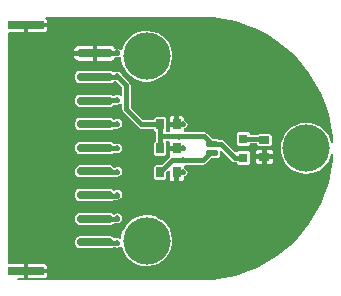
<source format=gbl>
G04 Layer_Physical_Order=2*
G04 Layer_Color=16711680*
%FSLAX25Y25*%
%MOIN*%
G70*
G01*
G75*
%ADD11C,0.01500*%
%ADD12C,0.15748*%
%ADD13C,0.02000*%
G04:AMPARAMS|DCode=14|XSize=27.56mil|YSize=118.11mil|CornerRadius=1.38mil|HoleSize=0mil|Usage=FLASHONLY|Rotation=270.000|XOffset=0mil|YOffset=0mil|HoleType=Round|Shape=RoundedRectangle|*
%AMROUNDEDRECTD14*
21,1,0.02756,0.11535,0,0,270.0*
21,1,0.02480,0.11811,0,0,270.0*
1,1,0.00276,-0.05768,-0.01240*
1,1,0.00276,-0.05768,0.01240*
1,1,0.00276,0.05768,0.01240*
1,1,0.00276,0.05768,-0.01240*
%
%ADD14ROUNDEDRECTD14*%
G04:AMPARAMS|DCode=15|XSize=27.56mil|YSize=118.11mil|CornerRadius=6.89mil|HoleSize=0mil|Usage=FLASHONLY|Rotation=90.000|XOffset=0mil|YOffset=0mil|HoleType=Round|Shape=RoundedRectangle|*
%AMROUNDEDRECTD15*
21,1,0.02756,0.10433,0,0,90.0*
21,1,0.01378,0.11811,0,0,90.0*
1,1,0.01378,0.05216,0.00689*
1,1,0.01378,0.05216,-0.00689*
1,1,0.01378,-0.05216,-0.00689*
1,1,0.01378,-0.05216,0.00689*
%
%ADD15ROUNDEDRECTD15*%
G04:AMPARAMS|DCode=16|XSize=20mil|YSize=40mil|CornerRadius=2mil|HoleSize=0mil|Usage=FLASHONLY|Rotation=270.000|XOffset=0mil|YOffset=0mil|HoleType=Round|Shape=RoundedRectangle|*
%AMROUNDEDRECTD16*
21,1,0.02000,0.03600,0,0,270.0*
21,1,0.01600,0.04000,0,0,270.0*
1,1,0.00400,-0.01800,-0.00800*
1,1,0.00400,-0.01800,0.00800*
1,1,0.00400,0.01800,0.00800*
1,1,0.00400,0.01800,-0.00800*
%
%ADD16ROUNDEDRECTD16*%
%ADD17R,0.03543X0.02756*%
%ADD18R,0.02756X0.03543*%
%ADD19R,0.03150X0.03150*%
G36*
X376825Y298725D02*
X380622Y298225D01*
X384360Y297396D01*
X388012Y296245D01*
X391549Y294779D01*
X394946Y293011D01*
X398175Y290954D01*
X401213Y288623D01*
X404036Y286036D01*
X406623Y283213D01*
X408954Y280175D01*
X411011Y276946D01*
X412780Y273550D01*
X414245Y270012D01*
X415396Y266360D01*
X416225Y262622D01*
X416725Y258825D01*
X416810Y256872D01*
X416313Y256787D01*
X415867Y258259D01*
X415080Y259731D01*
X414021Y261021D01*
X412731Y262080D01*
X411259Y262867D01*
X409661Y263351D01*
X408000Y263515D01*
X406339Y263351D01*
X404741Y262867D01*
X403269Y262080D01*
X401979Y261021D01*
X400920Y259731D01*
X400133Y258259D01*
X399649Y256661D01*
X399485Y255000D01*
X399649Y253339D01*
X400133Y251741D01*
X400920Y250269D01*
X401979Y248979D01*
X403269Y247920D01*
X404741Y247133D01*
X406339Y246649D01*
X408000Y246485D01*
X409661Y246649D01*
X411259Y247133D01*
X412731Y247920D01*
X414021Y248979D01*
X415080Y250269D01*
X415867Y251741D01*
X416313Y253213D01*
X416810Y253128D01*
X416725Y251175D01*
X416225Y247378D01*
X415396Y243640D01*
X414245Y239988D01*
X412780Y236451D01*
X411011Y233054D01*
X408954Y229825D01*
X406623Y226787D01*
X404036Y223964D01*
X401213Y221377D01*
X398175Y219046D01*
X394946Y216989D01*
X391549Y215220D01*
X388012Y213755D01*
X384360Y212604D01*
X380622Y211775D01*
X376825Y211275D01*
X373055Y211111D01*
X373000Y211122D01*
X311599D01*
X311465Y211300D01*
X311714Y211800D01*
X313850D01*
Y214200D01*
Y216600D01*
X308832D01*
X308622Y216773D01*
Y293627D01*
X308832Y293800D01*
X313850D01*
Y296200D01*
X314600D01*
Y296950D01*
X321528D01*
Y297440D01*
X321440Y297884D01*
X321188Y298260D01*
X321016Y298376D01*
X321167Y298876D01*
X372020D01*
X372516Y298871D01*
Y298871D01*
X373000Y298892D01*
X376825Y298725D01*
D02*
G37*
%LPC*%
G36*
X393250Y251494D02*
X391209D01*
Y250866D01*
X391286Y250476D01*
X391507Y250145D01*
X391838Y249924D01*
X392228Y249847D01*
X393250D01*
Y251494D01*
D02*
G37*
G36*
X342733Y249333D02*
X332300D01*
X331797Y249233D01*
X331371Y248948D01*
X331086Y248522D01*
X330986Y248019D01*
Y246641D01*
X331086Y246138D01*
X331371Y245712D01*
X331797Y245427D01*
X332300Y245327D01*
X342733D01*
X343236Y245427D01*
X343531Y245623D01*
X344724D01*
X345000Y245569D01*
X345624Y245693D01*
X346153Y246046D01*
X346507Y246576D01*
X346631Y247200D01*
X346507Y247824D01*
X346153Y248354D01*
X345624Y248707D01*
X345000Y248831D01*
X344376Y248707D01*
X344040Y248483D01*
X343947Y248522D01*
X343662Y248948D01*
X343236Y249233D01*
X342733Y249333D01*
D02*
G37*
G36*
X393250Y254642D02*
X392228D01*
X391838Y254564D01*
X391507Y254343D01*
X391286Y254012D01*
X391209Y253622D01*
Y252994D01*
X393250D01*
Y254642D01*
D02*
G37*
G36*
X396791Y251494D02*
X394750D01*
Y249847D01*
X395772D01*
X396162Y249924D01*
X396493Y250145D01*
X396714Y250476D01*
X396791Y250866D01*
Y251494D01*
D02*
G37*
G36*
X342717Y241503D02*
X332283D01*
X331781Y241403D01*
X331354Y241118D01*
X331069Y240692D01*
X330969Y240189D01*
Y238811D01*
X331069Y238308D01*
X331354Y237882D01*
X331781Y237597D01*
X332283Y237497D01*
X342717D01*
X343219Y237597D01*
X343646Y237882D01*
X343674Y237924D01*
X344724D01*
X345000Y237869D01*
X345624Y237993D01*
X346153Y238347D01*
X346507Y238876D01*
X346631Y239500D01*
X346507Y240124D01*
X346153Y240653D01*
X345624Y241007D01*
X345000Y241131D01*
X344376Y241007D01*
X343922Y240704D01*
X343646Y241118D01*
X343219Y241403D01*
X342717Y241503D01*
D02*
G37*
G36*
X320368Y216600D02*
X315350D01*
Y214950D01*
X321528D01*
Y215440D01*
X321440Y215884D01*
X321188Y216261D01*
X320812Y216512D01*
X320368Y216600D01*
D02*
G37*
G36*
X321528Y213450D02*
X315350D01*
Y211800D01*
X320368D01*
X320812Y211888D01*
X321188Y212140D01*
X321440Y212516D01*
X321528Y212960D01*
Y213450D01*
D02*
G37*
G36*
X342733Y233585D02*
X332300D01*
X331797Y233485D01*
X331371Y233200D01*
X331086Y232774D01*
X330986Y232271D01*
Y230893D01*
X331086Y230390D01*
X331371Y229964D01*
X331797Y229679D01*
X332300Y229579D01*
X342733D01*
X343236Y229679D01*
X343662Y229964D01*
X343769Y230123D01*
X344724D01*
X345000Y230069D01*
X345624Y230193D01*
X346153Y230546D01*
X346507Y231076D01*
X346631Y231700D01*
X346507Y232324D01*
X346153Y232854D01*
X345624Y233207D01*
X345000Y233331D01*
X344376Y233207D01*
X343881Y232876D01*
X343879D01*
X343662Y233200D01*
X343236Y233485D01*
X342733Y233585D01*
D02*
G37*
G36*
X354193Y232753D02*
X352546Y232481D01*
X350984Y231893D01*
X349566Y231012D01*
X348348Y229870D01*
X347376Y228514D01*
X346687Y226993D01*
X346308Y225367D01*
X346301Y225156D01*
X345792Y224895D01*
X345624Y225007D01*
X345000Y225131D01*
X344376Y225007D01*
X343947Y224900D01*
X343662Y225326D01*
X343236Y225611D01*
X342733Y225711D01*
X332300D01*
X331797Y225611D01*
X331371Y225326D01*
X331086Y224900D01*
X330986Y224397D01*
Y223019D01*
X331086Y222516D01*
X331371Y222090D01*
X331797Y221805D01*
X332300Y221705D01*
X342733D01*
X343236Y221805D01*
X343662Y222090D01*
X343685Y222124D01*
X344180D01*
X344376Y221993D01*
X345000Y221869D01*
X345624Y221993D01*
X345988Y222236D01*
X346523Y222067D01*
X346525Y222052D01*
X347113Y220490D01*
X347995Y219073D01*
X349136Y217854D01*
X350493Y216882D01*
X352013Y216193D01*
X353639Y215814D01*
X355307Y215759D01*
X356954Y216031D01*
X358516Y216619D01*
X359934Y217501D01*
X361152Y218642D01*
X362124Y219999D01*
X362813Y221519D01*
X363192Y223145D01*
X363247Y224813D01*
X362975Y226460D01*
X362387Y228022D01*
X361505Y229440D01*
X360364Y230658D01*
X359008Y231630D01*
X357487Y232319D01*
X355861Y232698D01*
X354193Y232753D01*
D02*
G37*
G36*
X395772Y254642D02*
X394750D01*
Y252994D01*
X396791D01*
Y253622D01*
X396714Y254012D01*
X396493Y254343D01*
X396162Y254564D01*
X395772Y254642D01*
D02*
G37*
G36*
X336735Y289111D02*
X332269D01*
X331610Y288980D01*
X331051Y288607D01*
X330678Y288048D01*
X330559Y287450D01*
X336735D01*
Y289111D01*
D02*
G37*
G36*
Y285950D02*
X330559D01*
X330678Y285352D01*
X331051Y284793D01*
X331610Y284420D01*
X332269Y284289D01*
X336735D01*
Y285950D01*
D02*
G37*
G36*
X321528Y295450D02*
X315350D01*
Y293800D01*
X320368D01*
X320812Y293888D01*
X321188Y294140D01*
X321440Y294516D01*
X321528Y294960D01*
Y295450D01*
D02*
G37*
G36*
X355307Y294241D02*
X353639Y294186D01*
X352013Y293807D01*
X350493Y293118D01*
X349136Y292146D01*
X347995Y290928D01*
X347113Y289510D01*
X346525Y287948D01*
X346512Y287867D01*
X345986Y287754D01*
X345973Y287773D01*
X345527Y288072D01*
X345000Y288176D01*
X344207D01*
X343919Y288607D01*
X343361Y288980D01*
X342702Y289111D01*
X338235D01*
Y286700D01*
Y284289D01*
X342702D01*
X343361Y284420D01*
X343919Y284793D01*
X344293Y285352D01*
X344307Y285423D01*
X345000D01*
X345527Y285528D01*
X345773Y285693D01*
X346281Y285456D01*
X346308Y284632D01*
X346687Y283007D01*
X347376Y281486D01*
X348348Y280130D01*
X349566Y278989D01*
X350984Y278107D01*
X352546Y277519D01*
X354193Y277247D01*
X355861Y277302D01*
X357487Y277681D01*
X359008Y278370D01*
X360364Y279342D01*
X361505Y280560D01*
X362387Y281978D01*
X362975Y283540D01*
X363247Y285187D01*
X363192Y286855D01*
X362813Y288481D01*
X362124Y290001D01*
X361152Y291358D01*
X359934Y292499D01*
X358516Y293381D01*
X356954Y293969D01*
X355307Y294241D01*
D02*
G37*
G36*
X342702Y280829D02*
X332269D01*
X331766Y280729D01*
X331339Y280444D01*
X331054Y280018D01*
X330954Y279515D01*
Y278137D01*
X331054Y277634D01*
X331339Y277208D01*
X331766Y276923D01*
X332269Y276823D01*
X342702D01*
X343204Y276923D01*
X343631Y277208D01*
X343740Y277372D01*
X344682D01*
X346623Y275430D01*
Y272550D01*
X346285Y272408D01*
X346124Y272374D01*
X345624Y272707D01*
X345000Y272831D01*
X344376Y272707D01*
X343881Y272376D01*
X343760D01*
X343631Y272570D01*
X343204Y272855D01*
X342702Y272955D01*
X332269D01*
X331766Y272855D01*
X331339Y272570D01*
X331054Y272144D01*
X330954Y271641D01*
Y270263D01*
X331054Y269760D01*
X331339Y269334D01*
X331766Y269049D01*
X332269Y268949D01*
X342702D01*
X343204Y269049D01*
X343631Y269334D01*
X343825Y269623D01*
X344724D01*
X345000Y269569D01*
X345624Y269693D01*
X346124Y270026D01*
X346285Y269992D01*
X346623Y269850D01*
Y268000D01*
X346728Y267473D01*
X347027Y267027D01*
X352027Y262027D01*
X352027Y262027D01*
X352473Y261728D01*
X353000Y261624D01*
X357217D01*
Y261228D01*
X357407Y260769D01*
X357866Y260579D01*
X357868D01*
Y257421D01*
X357866D01*
X357407Y257231D01*
X357217Y256772D01*
Y253228D01*
X357407Y252769D01*
X357866Y252579D01*
X360622D01*
X361081Y252769D01*
X361272Y253228D01*
Y256772D01*
X361126Y257124D01*
X361342Y257624D01*
X362143D01*
X362424Y257181D01*
X362428Y257124D01*
X362358Y256772D01*
Y255750D01*
X364756D01*
Y254250D01*
X362358D01*
Y253228D01*
X362436Y252838D01*
X362491Y252755D01*
X362427Y252145D01*
X362389Y252085D01*
X362371Y252073D01*
X359719Y249421D01*
X357866D01*
X357407Y249231D01*
X357217Y248772D01*
Y245228D01*
X357407Y244769D01*
X357866Y244579D01*
X360622D01*
X361081Y244769D01*
X361272Y245228D01*
Y247081D01*
X361896Y247706D01*
X362358Y247514D01*
Y245228D01*
X362436Y244838D01*
X362657Y244507D01*
X362988Y244286D01*
X363378Y244209D01*
X364006D01*
Y247000D01*
X365506D01*
Y244209D01*
X366134D01*
X366524Y244286D01*
X366855Y244507D01*
X367076Y244838D01*
X367154Y245228D01*
Y245654D01*
X367527Y245728D01*
X367973Y246027D01*
X368272Y246473D01*
X368376Y247000D01*
X368272Y247527D01*
X367973Y247973D01*
X367527Y248272D01*
X367154Y248346D01*
Y248772D01*
X367076Y249162D01*
X367476Y249463D01*
X367624Y249493D01*
X367820Y249623D01*
X373500D01*
X374027Y249728D01*
X374473Y250027D01*
X376331Y251884D01*
X378300D01*
X378612Y251946D01*
X378877Y252123D01*
X379054Y252388D01*
X379116Y252700D01*
Y254231D01*
X379280Y254355D01*
X379594Y254460D01*
X383176Y250877D01*
X383623Y250579D01*
X384150Y250474D01*
X384150Y250474D01*
X384776D01*
Y250276D01*
X384966Y249816D01*
X385425Y249626D01*
X388575D01*
X389034Y249816D01*
X389224Y250276D01*
Y253425D01*
X389034Y253884D01*
X388575Y254075D01*
X385425D01*
X384966Y253884D01*
X384908Y253745D01*
X384319Y253628D01*
X380473Y257473D01*
X380027Y257772D01*
X379500Y257876D01*
X378877D01*
X378877Y257877D01*
X378612Y258054D01*
X378300Y258116D01*
X376831D01*
X374973Y259973D01*
X374527Y260272D01*
X374000Y260377D01*
X367369D01*
X367088Y260819D01*
X367083Y260876D01*
X367153Y261228D01*
Y261654D01*
X367527Y261728D01*
X367973Y262027D01*
X368272Y262473D01*
X368376Y263000D01*
X368272Y263527D01*
X367973Y263973D01*
X367527Y264272D01*
X367153Y264346D01*
Y264772D01*
X367076Y265162D01*
X366855Y265493D01*
X366524Y265714D01*
X366134Y265791D01*
X365506D01*
Y263000D01*
X364756D01*
Y262250D01*
X362358D01*
Y261228D01*
X362428Y260876D01*
X362424Y260819D01*
X362143Y260377D01*
X361342D01*
X361126Y260876D01*
X361272Y261228D01*
Y264772D01*
X361081Y265231D01*
X360622Y265421D01*
X357866D01*
X357407Y265231D01*
X357217Y264772D01*
Y264376D01*
X353570D01*
X349377Y268570D01*
Y276000D01*
X349377Y276000D01*
X349272Y276527D01*
X348973Y276973D01*
X348973Y276973D01*
X346553Y279394D01*
X346507Y279624D01*
X346153Y280153D01*
X345624Y280507D01*
X345000Y280631D01*
X344376Y280507D01*
X344200Y280390D01*
X343631Y280444D01*
X343541Y280505D01*
X343204Y280729D01*
X342702Y280829D01*
D02*
G37*
G36*
X388575Y260374D02*
X385425D01*
X384966Y260184D01*
X384776Y259724D01*
Y256575D01*
X384966Y256116D01*
X385425Y255925D01*
X388575D01*
X389034Y256116D01*
X389224Y256575D01*
Y256773D01*
X391579D01*
Y256378D01*
X391769Y255919D01*
X392228Y255729D01*
X395772D01*
X396231Y255919D01*
X396421Y256378D01*
Y259134D01*
X396231Y259593D01*
X395772Y259783D01*
X392228D01*
X391769Y259593D01*
X391741Y259526D01*
X389224D01*
Y259724D01*
X389034Y260184D01*
X388575Y260374D01*
D02*
G37*
G36*
X342733Y257207D02*
X332300D01*
X331797Y257107D01*
X331371Y256822D01*
X331086Y256396D01*
X330986Y255893D01*
Y254515D01*
X331086Y254012D01*
X331371Y253586D01*
X331797Y253301D01*
X332300Y253201D01*
X342733D01*
X343236Y253301D01*
X343662Y253586D01*
X343688Y253624D01*
X344180D01*
X344376Y253493D01*
X345000Y253369D01*
X345624Y253493D01*
X346153Y253847D01*
X346507Y254376D01*
X346631Y255000D01*
X346507Y255624D01*
X346153Y256153D01*
X345624Y256507D01*
X345000Y256631D01*
X344376Y256507D01*
X343947Y256396D01*
X343662Y256822D01*
X343236Y257107D01*
X342733Y257207D01*
D02*
G37*
G36*
X364006Y265791D02*
X363378D01*
X362988Y265714D01*
X362657Y265493D01*
X362436Y265162D01*
X362358Y264772D01*
Y263750D01*
X364006D01*
Y265791D01*
D02*
G37*
G36*
X342702Y265081D02*
X332269D01*
X331766Y264981D01*
X331339Y264696D01*
X331054Y264270D01*
X330954Y263767D01*
Y262389D01*
X331054Y261886D01*
X331339Y261460D01*
X331766Y261175D01*
X332269Y261075D01*
X342702D01*
X343204Y261175D01*
X343631Y261460D01*
X343740Y261624D01*
X344724D01*
X345000Y261569D01*
X345624Y261693D01*
X346153Y262047D01*
X346507Y262576D01*
X346631Y263200D01*
X346507Y263824D01*
X346153Y264353D01*
X345624Y264707D01*
X345000Y264831D01*
X344376Y264707D01*
X343881Y264376D01*
X343845D01*
X343631Y264696D01*
X343204Y264981D01*
X342702Y265081D01*
D02*
G37*
%LPD*%
D11*
X337222Y286800D02*
X345000D01*
X373500Y251000D02*
X376000Y253500D01*
X363444Y251000D02*
X367000D01*
X363344Y251100D02*
X363444Y251000D01*
X367000D02*
X373500D01*
X359244Y247000D02*
X363344Y251100D01*
X337400Y263000D02*
X345000D01*
X338000Y278748D02*
X345252D01*
X359244Y259000D02*
X374000D01*
X337231Y255326D02*
X337558Y255000D01*
X338074Y271000D02*
X345000D01*
X337674Y270600D02*
X338074Y271000D01*
X337200Y271074D02*
X337674Y270600D01*
X339235Y231500D02*
X345000D01*
X337684Y247000D02*
X345000D01*
X337231Y247452D02*
X337684Y247000D01*
X338678Y239300D02*
X345000D01*
X345252Y278748D02*
X348000Y276000D01*
Y268000D02*
Y276000D01*
X337558Y255000D02*
X345000D01*
X338378Y239000D02*
X338678Y239300D01*
X338000Y239378D02*
X338378Y239000D01*
X338032Y231704D02*
X338735Y231000D01*
X339235Y231500D01*
X338361Y223500D02*
X345000D01*
X338032Y223830D02*
X338361Y223500D01*
X337200Y286822D02*
X337222Y286800D01*
X359244Y255000D02*
X359244Y255000D01*
Y259000D01*
Y263000D01*
X387000Y258150D02*
X393606D01*
X394000Y257756D01*
X337200Y263200D02*
X337400Y263000D01*
X364756Y247000D02*
X364756Y247000D01*
X364756Y263000D02*
X364756Y263000D01*
X367000D01*
X364756Y255000D02*
X367000D01*
X364756Y255000D02*
X364756Y255000D01*
X364756Y247000D02*
X367000D01*
X353000Y263000D02*
X359244D01*
X348000Y268000D02*
X353000Y263000D01*
X379500Y256500D02*
X384150Y251850D01*
X387000D01*
X376500Y256500D02*
X379500D01*
X374000Y259000D02*
X376500Y256500D01*
D12*
X408000Y255000D02*
D03*
X354750Y285744D02*
D03*
Y224256D02*
D03*
D13*
X367000Y251000D02*
D03*
X345000Y287000D02*
D03*
Y279000D02*
D03*
Y271200D02*
D03*
Y255000D02*
D03*
Y223500D02*
D03*
Y231700D02*
D03*
Y239500D02*
D03*
Y247200D02*
D03*
Y263200D02*
D03*
X365400Y258800D02*
D03*
X328000Y296000D02*
D03*
X332000D02*
D03*
X336000D02*
D03*
X340000D02*
D03*
X344000D02*
D03*
X348000D02*
D03*
X352000D02*
D03*
X356000D02*
D03*
X360000D02*
D03*
X364000D02*
D03*
X368000D02*
D03*
X324000D02*
D03*
Y214000D02*
D03*
X368000D02*
D03*
X364000D02*
D03*
X360000D02*
D03*
X356000D02*
D03*
X352000D02*
D03*
X348000D02*
D03*
X344000D02*
D03*
X340000D02*
D03*
X336000D02*
D03*
X332000D02*
D03*
X328000D02*
D03*
X312000Y292500D02*
D03*
X316000D02*
D03*
X320000D02*
D03*
X324000D02*
D03*
X344000D02*
D03*
X340000D02*
D03*
X336000D02*
D03*
X332000D02*
D03*
X328000D02*
D03*
X312000Y217500D02*
D03*
X316000D02*
D03*
X320000D02*
D03*
X324000D02*
D03*
X344000D02*
D03*
X340000D02*
D03*
X336000D02*
D03*
X332000D02*
D03*
X328000D02*
D03*
X367000Y255000D02*
D03*
Y263000D02*
D03*
Y247000D02*
D03*
X379500Y259000D02*
D03*
X368000Y218000D02*
D03*
X364000D02*
D03*
X372000D02*
D03*
Y214000D02*
D03*
Y222000D02*
D03*
X368000D02*
D03*
Y292000D02*
D03*
X364000D02*
D03*
X372000D02*
D03*
Y296000D02*
D03*
Y288000D02*
D03*
X368000D02*
D03*
D14*
X314600Y296200D02*
D03*
Y214200D02*
D03*
D15*
X337485Y263078D02*
D03*
Y270952D02*
D03*
Y278826D02*
D03*
Y286700D02*
D03*
X337516Y255204D02*
D03*
Y247330D02*
D03*
Y223708D02*
D03*
Y231582D02*
D03*
X337500Y239500D02*
D03*
D16*
X376500Y256500D02*
D03*
Y253500D02*
D03*
D17*
X394000Y252244D02*
D03*
Y257756D02*
D03*
D18*
X364756Y255000D02*
D03*
X359244D02*
D03*
X359244Y247000D02*
D03*
X364756D02*
D03*
X359244Y263000D02*
D03*
X364756D02*
D03*
D19*
X387000Y258150D02*
D03*
Y251850D02*
D03*
M02*

</source>
